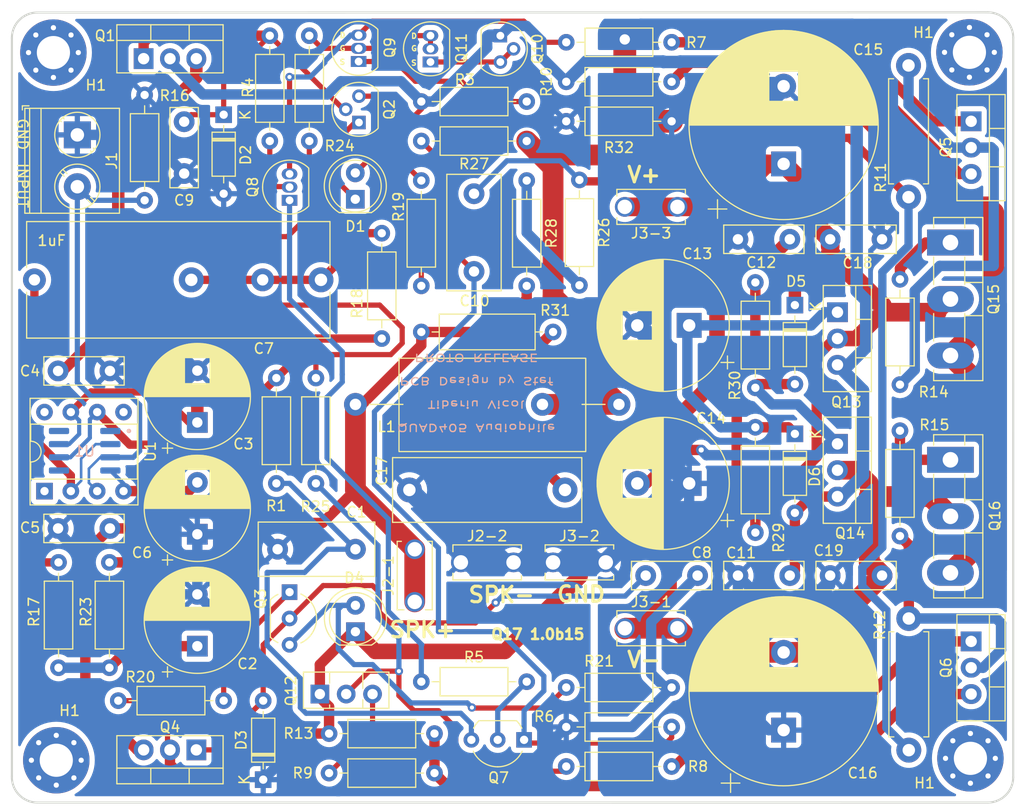
<source format=kicad_pcb>
(kicad_pcb (version 20211014) (generator pcbnew)
  (title_block (title "QUAD405 Reborn") (date "2021-11-14") (rev "1.0b15") (company "PCB design by Stef") (comment 1 "Zize 95 x 75 mm") (comment 2 "NO YET FINISHED - DO NOT PRINT"))
  (layers (0 "F.Cu" signal) (31 "B.Cu" signal) (34 "B.Paste" user) (35 "F.Paste" user) (36 "B.SilkS" user "B.Silkscreen") (37 "F.SilkS" user "F.Silkscreen") (38 "B.Mask" user) (39 "F.Mask" user) (44 "Edge.Cuts" user))
  (net 0 "")
  (net 1 "GND")
  (net 2 "Net-(C1-Pad1)")
  (net 3 "Net-(C2-Pad1)")
  (net 4 "Net-(C3-Pad1)")
  (net 5 "Net-(C5-Pad2)")
  (net 6 "Net-(C7-Pad1)")
  (net 7 "Net-(C7-Pad2)")
  (net 8 "Net-(C8-Pad2)")
  (net 9 "Net-(C9-Pad2)")
  (net 10 "Net-(C10-Pad2)")
  (net 11 "Net-(C10-Pad1)")
  (net 12 "Net-(C11-Pad2)")
  (net 13 "GNDPWR")
  (net 14 "Net-(C12-Pad2)")
  (net 15 "Net-(C13-Pad1)")
  (net 16 "Net-(C14-Pad2)")
  (net 17 "Net-(C15-Pad1)")
  (net 18 "Net-(C16-Pad2)")
  (net 19 "Net-(C17-Pad1)")
  (net 20 "Net-(D1-Pad1)")
  (net 21 "Net-(D4-Pad2)")
  (net 22 "Net-(L1-Pad2)")
  (net 23 "Net-(J2-Pad1)")
  (net 24 "Net-(Q2-Pad1)")
  (net 25 "Net-(Q3-Pad1)")
  (net 26 "Net-(Q8-Pad2)")
  (net 27 "Net-(Q5-Pad3)")
  (net 28 "Net-(Q5-Pad2)")
  (net 29 "Net-(Q5-Pad1)")
  (net 30 "Net-(Q6-Pad3)")
  (net 31 "Net-(Q6-Pad2)")
  (net 32 "Net-(Q6-Pad1)")
  (net 33 "Net-(Q15-Pad1)")
  (net 34 "Net-(Q16-Pad1)")
  (net 35 "Net-(R1-Pad1)")
  (net 36 "Net-(J1-Pad2)")
  (net 37 "Net-(R24-Pad2)")
  (net 38 "Net-(R26-Pad2)")
  (net 39 "Net-(Q8-Pad1)")
  (net 40 "Net-(Q7-Pad2)")
  (net 41 "Net-(Q10-Pad2)")
  (net 42 "Net-(Q12-Pad2)")
  (net 43 "Net-(Q12-Pad3)")
  (net 44 "Net-(Q8-Pad3)")
  (net 45 "Net-(R24-Pad1)")
  (net 46 "Net-(R3-Pad2)")
  (footprint "Package_TO_SOT_THT:TO-220-3_Vertical" (layer "F.Cu") (at 171.177959 80.9498 -90)
    (fp_text reference "Q13")
    (fp_text value "IRF610")
  )
  (footprint "Connector_Faston:Faston_connector" (layer "F.Cu") (at 150.677559 111.4298 180)
    (fp_text reference "Faston Connector")
    (fp_text value "J3-1")
  )
  (footprint "Resistor_THT:R_Axial_DIN0207_L6.3mm_D2.5mm_P10.16mm_Horizontal" (layer "F.Cu") (at 131.064 68.2498 -90)
    (fp_text reference "R19")
    (fp_text value "330")
  )
  (footprint "LED_THT:LED_D5.0mm_Clear" (layer "F.Cu") (at 124.714 111.765 90)
    (fp_text reference "D4")
    (fp_text value "RED 2V")
  )
  (footprint "Capacitor_THT:CP_Radial_D18.0mm_P7.50mm" (layer "F.Cu") (at 165.989 121.25758 90)
    (fp_text reference "C16")
    (fp_text value "2200uF/63V")
  )
  (footprint "Resistor_THT:R_Axial_DIN0207_L6.3mm_D2.5mm_P10.16mm_Horizontal" (layer "F.Cu") (at 145.034 62.5348)
    (fp_text reference "R32")
    (fp_text value "10")
  )
  (footprint "Resistor_THT:R_Axial_DIN0411_L9.9mm_D3.6mm_P12.70mm_Horizontal" (layer "F.Cu") (at 178.054 123.19 90)
    (fp_text reference "R12")
    (fp_text value "47R/1W")
  )
  (footprint "Package_TO_SOT_THT:TO-220-3_Vertical" (layer "F.Cu") (at 171.177959 93.6498 -90)
    (fp_text reference "Q14")
    (fp_text value "IRF9610")
  )
  (footprint "Capacitor_THT:C_Disc_D7.5mm_W2.5mm_P5.00mm" (layer "F.Cu") (at 161.584 73.914)
    (fp_text reference "C12")
    (fp_text value "100nF")
  )
  (footprint "Resistor_THT:R_Axial_DIN0207_L6.3mm_D2.5mm_P10.16mm_Horizontal" (layer "F.Cu") (at 155.194 120.9548 180)
    (fp_text reference "R6")
    (fp_text value "100/0.5W")
  )
  (footprint "Resistor_THT:R_Axial_DIN0207_L6.3mm_D2.5mm_P10.16mm_Horizontal" (layer "F.Cu") (at 101.000103 115.2398 90)
    (fp_text reference "R23")
    (fp_text value "10K")
  )
  (footprint "Resistor_THT:R_Axial_DIN0207_L6.3mm_D2.5mm_P10.16mm_Horizontal" (layer "F.Cu") (at 145.034 117.1448)
    (fp_text reference "R21")
    (fp_text value "5k6/1W")
  )
  (footprint "Resistor_THT:R_Axial_DIN0207_L6.3mm_D2.5mm_P10.16mm_Horizontal" (layer "F.Cu") (at 145.034 124.7648)
    (fp_text reference "R8")
    (fp_text value "120R")
  )
  (footprint "Resistor_THT:R_Axial_DIN0207_L6.3mm_D2.5mm_P10.16mm_Horizontal" (layer "F.Cu") (at 131.064 116.586)
    (fp_text reference "R5")
    (fp_text value "10")
  )
  (footprint "Capacitor_THT:C_Disc_D7.5mm_W2.5mm_P5.00mm" (layer "F.Cu") (at 161.584 106.3498)
    (fp_text reference "C11")
    (fp_text value "100nF")
  )
  (footprint "Capacitor_THT:CP_Radial_D10.0mm_P5.00mm" (layer "F.Cu") (at 109.474 102.367477 90)
    (fp_text reference "C6")
    (fp_text value "100uF/16V")
  )
  (footprint "Diode_THT:D_DO-35_SOD27_P7.62mm_Horizontal" (layer "F.Cu") (at 112.014 61.8998 -90)
    (fp_text reference "D2")
    (fp_text value "1N5248B")
  )
  (footprint "LED_THT:LED_D5.0mm_Clear" (layer "F.Cu") (at 124.701859 70.052386 90)
    (fp_text reference "D1")
    (fp_text value "RED 2V")
  )
  (footprint "Capacitor_THT:C_Rect_L18.0mm_W6.0mm_P15.00mm_FKS3_FKP3" (layer "F.Cu") (at 144.914 98.0948 180)
    (fp_text reference "C17")
    (fp_text value "100nF")
  )
  (footprint "Capacitor_THT:C_Disc_D11.0mm_W5.0mm_P7.50mm" (layer "F.Cu") (at 124.714 103.8098 180)
    (fp_text reference "C1")
    (fp_text value "470p")
  )
  (footprint "Diode_THT:D_DO-35_SOD27_P7.62mm_Horizontal" (layer "F.Cu") (at 115.824 126.0348 90)
    (fp_text reference "D3")
    (fp_text value "1N5248B")
  )
  (footprint "MountingHole:MountingHole_3.2mm_M3_Pad_Via" (layer "F.Cu") (at 95.602612 55.908337 180)
    (fp_text reference "H1")
    (fp_text value "MountingHole")
  )
  (footprint "Capacitor_THT:CP_Radial_D12.5mm_P5.00mm" (layer "F.Cu") (at 156.882959 97.4598 180)
    (fp_text reference "C14")
    (fp_text value "220uF/63V")
  )
  (footprint "Diode_THT:D_DO-35_SOD27_P7.62mm_Horizontal" (layer "F.Cu") (at 167.072959 92.68258 -90)
    (fp_text reference "D6")
    (fp_text value "1N5245B")
  )
  (footprint "Capacitor_THT:CP_Radial_D10.0mm_P5.00mm" (layer "F.Cu") (at 109.474 91.583196 90)
    (fp_text reference "C3")
    (fp_text value "100uF/25V")
  )
  (footprint "Connector_Faston:Faston_connector" (layer "F.Cu") (at 143.764 105.0798 180)
    (fp_text reference "Faston Connector")
    (fp_text value "J3-2")
  )
  (footprint "Connector_Faston:Faston_connector" (layer "F.Cu") (at 130.429 108.8898 -90)
    (fp_text reference "Faston Connector")
    (fp_text value "J2-1")
  )
  (footprint "Resistor_THT:R_Axial_DIN0207_L6.3mm_D2.5mm_P10.16mm_Horizontal" (layer "F.Cu") (at 163.262959 88.23758 90)
    (fp_text reference "R30")
    (fp_text value "10")
  )
  (footprint "Package_TO_SOT_THT:TO-220-3_Vertical" (layer "F.Cu") (at 109.379 123.16258 180)
    (fp_text reference "Q4")
    (fp_text value "IRF9610")
  )
  (footprint "Package_TO_SOT_THT:TO-92_Inline" (layer "F.Cu") (at 125.023559 56.769 90)
    (fp_text reference "Q9")
    (fp_text value "BS250P")
  )
  (footprint "Resistor_THT:R_Axial_DIN0207_L6.3mm_D2.5mm_P10.16mm_Horizontal" (layer "F.Cu") (at 131.064 64.4398)
    (fp_text reference "R27")
    (fp_text value "560/1W")
  )
  (footprint "Package_TO_SOT_THT:TO-92_Inline_Wide" (layer "F.Cu") (at 140.97 122.195 180)
    (fp_text reference "Q7")
    (fp_text value "KSC1845")
  )
  (footprint "Resistor_THT:R_Axial_DIN0207_L6.3mm_D2.5mm_P10.16mm_Horizontal" (layer "F.Cu") (at 127.254 73.3298 -90)
    (fp_text reference "R18")
    (fp_text value "22k")
  )
  (footprint "Capacitor_THT:C_Disc_D11.0mm_W5.0mm_P7.50mm" (layer "F.Cu") (at 136.144 69.5198 -90)
    (fp_text reference "C10")
    (fp_text value "47pF")
  )
  (footprint "Resistor_THT:R_Axial_DIN0207_L6.3mm_D2.5mm_P10.16mm_Horizontal" (layer "F.Cu") (at 163.262959 102.20758 90)
    (fp_text reference "R29")
    (fp_text value "10")
  )
  (footprint "Package_TO_SOT_THT:TO-3P-3_Vertical" (layer "F.Cu") (at 182.067959 74.2298 -90)
    (fp_text reference "Q15")
    (fp_text value "FQA46N15")
  )
  (footprint "Package_TO_SOT_THT:TO-92_Inline_Wide" (layer "F.Cu") (at 118.364 107.95 -90)
    (fp_text reference "Q3")
    (fp_text value "KSC1845")
  )
  (footprint "Package_TO_SOT_THT:TO-3P-3_Vertical" (layer "F.Cu") (at 182.067959 95.1848 -90)
    (fp_text reference "Q16")
    (fp_text value "FQA36P15")
  )
  (footprint "Resistor_THT:R_Axial_DIN0207_L6.3mm_D2.5mm_P10.16mm_Horizontal" (layer "F.Cu") (at 141.224 68.2498 -90)
    (fp_text reference "R28")
    (fp_text value "22/1W")
  )
  (footprint "Capacitor_THT:C_Rect_L29.0mm_W11.0mm_P27.50mm_MKT_special" (layer "F.Cu") (at 97.4816 77.408669)
    (fp_text reference "C7")
    (fp_text value "1uF")
  )
  (footprint "Capacitor_THT:C_Disc_D7.5mm_W2.5mm_P5.00mm" (layer "F.Cu") (at 157.694 106.3498 180)
    (fp_text reference "C8")
    (fp_text value "100nF")
  )
  (footprint "Resistor_THT:R_Axial_DIN0207_L6.3mm_D2.5mm_P10.16mm_Horizontal" (layer "F.Cu") (at 104.394 59.9948 -90)
    (fp_text reference "R16")
    (fp_text value "22k")
  )
  (footprint "Capacitor_THT:C_Disc_D7.5mm_W2.5mm_P5.00mm" (layer "F.Cu") (at 96.052 101.803281)
    (fp_text reference "C5")
    (fp_text value "100nF")
  )
  (footprint "MountingHole:MountingHole_3.2mm_M3_Pad_Via" (layer "F.Cu") (at 183.994612 123.980337 180)
    (fp_text reference "H1")
    (fp_text value "MountingHole")
  )
  (footprint "Resistor_THT:R_Axial_DIN0207_L6.3mm_D2.5mm_P10.16mm_Horizontal" (layer "F.Cu") (at 120.269 54.2798 -90)
    (fp_text reference "R24")
    (fp_text value "10k")
  )
  (footprint "Capacitor_THT:CP_Radial_D12.5mm_P5.00mm" (layer "F.Cu") (at 156.882959 82.2198 180)
    (fp_text reference "C13")
    (fp_text value "220uF/63V")
  )
  (footprint "Package_TO_SOT_THT:TO-92" (layer "F.Cu") (at 125.053636 62.652602 90)
    (fp_text reference "Q2")
    (fp_text value "KSA992")
  )
  (footprint "Capacitor_THT:C_Disc_D7.5mm_W2.5mm_P5.00mm" (layer "F.Cu") (at 101.052 86.614 180)
    (fp_text reference "C4")
    (fp_text value "100nF")
  )
  (footprint "MountingHole:MountingHole_3.2mm_M3_Pad_Via" (layer "F.Cu") (at 183.897558 55.884715 180)
    (fp_text reference "H1")
    (fp_text value "MountingHole")
  )
  (footprint "Resistor_THT:R_Axial_DIN0207_L6.3mm_D2.5mm_P10.16mm_Horizontal" (layer "F.Cu") (at 116.459 54.2798 -90)
    (fp_text reference "R4")
    (fp_text value "100")
  )
  (footprint "Resistor_THT:R_Axial_DIN0207_L6.3mm_D2.5mm_P10.16mm_Horizontal" (layer "F.Cu") (at 122.174 125.3998)
    (fp_text reference "R9")
    (fp_text value "100R")
  )
  (footprint "Resistor_THT:R_Axial_DIN0309_L9.0mm_D3.2mm_P12.70mm_Horizontal" (layer "F.Cu") (at 131.064 82.8548)
    (fp_text reference "R31")
    (fp_text value "10/2W")
  )
  (footprint "Capacitor_THT:C_Disc_D7.5mm_W2.5mm_P5.00mm" (layer "F.Cu") (at 108.204 67.5748 90)
    (fp_text reference "C9")
    (fp_text value "100nF")
  )
  (footprint "Resistor_THT:R_Axial_DIN0207_L6.3mm_D2.5mm_P10.16mm_Horizontal" (layer "F.Cu") (at 117.094 87.2998 -90)
    (fp_text reference "R1")
    (fp_text value "2k7")
  )
  (footprint "Package_TO_SOT_THT:TO-220-3_Vertical" (layer "F.Cu") (at 184.064 112.6998 -90)
    (fp_text reference "Q6")
    (fp_text value "IRF610")
  )
  (footprint "Inductor_THT:L_Axial_L16.0mm_D7.5mm_P25.40mm_Horizontal_Fastron_XHBCC" (layer "F.Cu") (at 124.714 89.8398)
    (fp_text reference "L1")
    (fp_text value "1u2")
  )
  (footprint "Connector_Faston:Faston_connector" (layer "F.Cu") (at 134.874 105.0798 180)
    (fp_text reference "Faston Connector")
    (fp_text value "J2-2")
  )
  (footprint "Resistor_THT:R_Axial_DIN0207_L6.3mm_D2.5mm_P10.16mm_Horizontal" (layer "F.Cu") (at 146.304 68.1898 -90)
    (fp_text reference "R26")
    (fp_text value "22/1W")
  )
  (footprint "Resistor_THT:R_Axial_DIN0207_L6.3mm_D2.5mm_P10.16mm_Horizontal" (layer "F.Cu") (at 101.854 118.4148)
    (fp_text reference "R20")
    (fp_text value "330")
  )
  (footprint "Resistor_THT:R_Axial_DIN0207_L6.3mm_D2.5mm_P10.16mm_Horizontal" (layer "F.Cu") (at 177.203688 87.9348 90)
    (fp_text reference "R14")
    (fp_text value "330R")
  )
  (footprint "Resistor_THT:R_Axial_DIN0207_L6.3mm_D2.5mm_P10.16mm_Horizontal" (layer "F.Cu") (at 177.202959 102.5398 90)
    (fp_text reference "R15")
    (fp_text value "330R")
  )
  (footprint "Package_TO_SOT_THT:TO-220-3_Vertical" (layer "F.Cu") (at 184.064 62.5348 -90)
    (fp_text reference "Q5")
    (fp_text value "IRF9610")
  )
  (footprint "Resistor_THT:R_Axial_DIN0207_L6.3mm_D2.5mm_P10.16mm_Horizontal" (layer "F.Cu") (at 145.034 54.9148)
    (fp_text reference "R7")
    (fp_text value "100R")
  )
  (footprint "Package_TO_SOT_THT:TO-92" (layer "F.Cu") (at 138.684 54.2798 -90)
    (fp_text reference "Q10")
    (fp_text value "KSA992")
  )
  (footprint "Resistor_THT:R_Axial_DIN0207_L6.3mm_D2.5mm_P10.16mm_Horizontal" (layer "F.Cu") (at 132.334 121.5898 180)
    (fp_text reference "R13")
    (fp_text value "10R")
  )
  (footprint "Resistor_THT:R_Axial_DIN0207_L6.3mm_D2.5mm_P10.16mm_Horizontal" (layer "F.Cu") (at 120.904 87.2998 -90)
    (fp_text reference "R25")
    (fp_text value "7k5")
  )
  (footprint "Capacitor_THT:CP_Radial_D18.0mm_P7.50mm" (layer "F.Cu") (at 165.989 66.64758 90)
    (fp_text reference "C15")
    (fp_text value "2200uF/63V")
  )
  (footprint "Resistor_THT:R_Axial_DIN0207_L6.3mm_D2.5mm_P10.16mm_Horizontal" (layer "F.Cu") (at 145.034 58.7248)
    (fp_text reference "R10")
    (fp_text value "10R")
  )
  (footprint "MountingHole:MountingHole_3.2mm_M3_Pad_Via" (layer "F.Cu") (at 95.878422 124.163688 180)
    (fp_text reference "H1")
    (fp_text value "MountingHole")
  )
  (footprint "Package_TO_SOT_THT:TO-92_Inline" (layer "F.Cu") (at 118.364 70.1548 90)
    (fp_text reference "Q8")
    (fp_text value "2N7000")
  )
  (footprint "Package_TO_SOT_THT:TO-220-3_Vertical" (layer "F.Cu") (at 104.299 56.4948)
    (fp_text reference "Q1")
    (fp_text value "IRF610")
  )
  (footprint "Resistor_THT:R_Axial_DIN0207_L6.3mm_D2.5mm_P10.16mm_Horizontal" (layer "F.Cu") (at 131.064 60.6298)
    (fp_text reference "R3")
    (fp_text value "150R")
  )
  (footprint "Resistor_THT:R_Axial_DIN0411_L9.9mm_D3.6mm_P12.70mm_Horizontal" (layer "F.Cu") (at 178.02817 57.15 -90)
    (fp_text reference "R11")
    (fp_text value "47R/1W")
  )
  (footprint "Capacitor_THT:C_Disc_D7.5mm_W2.5mm_P5.00mm" (layer "F.Cu") (at 175.474 106.3498 180)
    (fp_text reference "C19")
    (fp_text value "100nF")
  )
  (footprint "TerminalBlock_Phoenix:TerminalBlock_Phoenix_PT-1,5-2-5.0-H_1x02_P5.00mm_Horizontal" (layer "F.Cu") (at 97.909 63.8448 -90)
    (fp_text reference "J1")
    (fp_text value "TerminalBlock")
  )
  (footprint "Capacitor_THT:CP_Radial_D10.0mm_P5.00mm" (layer "F.Cu") (at 109.474 113.162477 90)
    (fp_text reference "C2")
    (fp_text value "100uF/16V")
  )
  (footprint "Package_TO_SOT_THT:TO-92_Inline" (layer "F.Cu") (at 131.94619 56.816501 90)
    (fp_text reference "Q11")
    (fp_text value "BS250P")
  )
  (footprint "Package_DIP:DIP-8_W7.62mm_Socket" (layer "F.Cu") (at 94.743283 98.205184 90)
    (fp_text reference "U1")
    (fp_text value "DIP-8_W7.62mm_Socket")
  )
  (footprint "Diode_THT:D_DO-35_SOD27_P7.62mm_Horizontal" (layer "F.Cu") (at 167.072959 80.264 -90)
    (fp_text reference "D5")
    (fp_text value "1N5245B")
  )
  (footprint "Connector_Faston:Faston_connector" (layer "F.Cu") (at 150.677559 70.7898 180)
    (fp_text reference "Faston Connector")
    (fp_text value "J3-3")
  )
  (footprint "Resistor_THT:R_Axial_DIN0207_L6.3mm_D2.5mm_P10.16mm_Horizontal" (layer "F.Cu") (at 96.094678 115.2398 90)
    (fp_text reference "R17")
    (fp_text value "3k3")
  )
  (footprint "Capacitor_THT:C_Disc_D7.5mm_W2.5mm_P5.00mm" (layer "F.Cu") (at 175.474 73.914 180)
    (fp_text reference "C18")
    (fp_text value "100nF")
  )
  (footprint "Package_TO_SOT_THT:TO-126-3_Vertical" (layer "F.Cu") (at 121.285 117.7798)
    (fp_text reference "Q12")
    (fp_text value "BD139")
  )
  (footprint "Package_SO:SOIC-8_3.9x4.9mm_P1.27mm" (layer "B.Cu") (at 98.617 94.310281 180)
    (fp_text reference "U1")
    (fp_text value "OPA1641")
  )
  (gr_line (start 188.121579 54.477106) (end 188.11885 125.794106) (layer "Edge.Cuts") (width 0.2))
  (gr_arc (start 91.600657 54.495284) (mid 92.318245 52.762873) (end 94.050656 52.045285) (layer "Edge.Cuts") (width 0.2))
  (gr_arc (start 188.11885 125.794106) (mid 187.401262 127.526517) (end 185.668851 128.244105) (layer "Edge.Cuts") (width 0.2))
  (gr_arc (start 185.681578 52.027107) (mid 187.407522 52.748226) (end 188.121578 54.477105) (layer "Edge.Cuts") (width 0.2))
  (gr_line (start 94.050656 52.045285) (end 185.681578 52.027107) (layer "Edge.Cuts") (width 0.2))
  (gr_arc (start 94.049148 128.241055) (mid 92.286521 127.492714) (end 91.60067 125.704845) (layer "Edge.Cuts") (width 0.2))
  (gr_line (start 94.049148 128.241055) (end 185.668851 128.244105) (layer "Edge.Cuts") (width 0.2))
  (gr_line (start 91.600657 54.495284) (end 91.60067 125.704845) (layer "Edge.Cuts") (width 0.2))
  (gr_text "°" (at 103.281159 92.4052 -270) (layer "B.SilkS") (effects (font (size 1 1))))
  (gr_text "QUAD405 Audiophile\n\nTiberiu Vicol\n\nPCB Design by Stef\n\nPROTO RELEASE\n" (at 136.362589 88.69972 -180) (layer "B.SilkS") (effects (font (size 0.7 1) (thickness 0.125)) (justify mirror)))
  (gr_text "V+" (at 152.52669 67.696265) (layer "F.SilkS") (effects (font (size 1.5 1.5) (thickness 0.3))))
  (gr_text "SPK-" (at 138.794492 108.194451) (layer "F.SilkS") (effects (font (size 1.5 1.5) (thickness 0.3))))
  (gr_text "G" (at 130.361721 55.505981) (layer "F.SilkS") (effects (font (size 0.5 0.5) (thickness 0.125))))
  (gr_text "D" (at 123.469697 54.23173) (layer "F.SilkS") (effects (font (size 0.5 0.5) (thickness 0.125))))
  (gr_text "INPUT" (at 92.616404 68.736478 -90) (layer "F.SilkS") (effects (font (size 1 1))))
  (gr_text "S" (at 130.349816 56.902981) (layer "F.SilkS") (effects (font (size 0.5 0.5) (thickness 0.125))))
  (gr_text "1uF" (at 95.432559 74.041) (layer "F.SilkS") (effects (font (size 1 1))))
  (gr_text "D" (at 130.361721 54.312181) (layer "F.SilkS") (effects (font (size 0.5 0.5) (thickness 0.125))))
  (gr_text "SPK+" (at 131.187484 111.575477) (layer "F.SilkS") (effects (font (size 1.5 1.5) (thickness 0.3))))
  (gr_text "G" (at 123.469697 55.50173) (layer "F.SilkS") (effects (font (size 0.5 0.5) (thickness 0.125))))
  (gr_text "V-" (at 152.5175 114.464955) (layer "F.SilkS") (effects (font (size 1.5 1.5) (thickness 0.3))))
  (gr_text "GND" (at 92.616404 63.783478 -90) (layer "F.SilkS") (effects (font (size 1 1))))
  (gr_text "S" (at 123.457792 56.82253) (layer "F.SilkS") (effects (font (size 0.5 0.5) (thickness 0.125))))
  (gr_text "Q17 1.0b15" (at 142.295559 112.014) (layer "F.SilkS") (effects (font (size 1 1) (thickness 0.25))))
  (gr_text "GND" (at 146.464588 108.149066) (layer "F.SilkS") (effects (font (size 1.5 1.5) (thickness 0.3))))
  (segment (start 106.227559 69.551241) (end 106.227559 83.326036) (width 1) (layer "B.Cu") (net 1))
  (segment (start 107.243559 88.802918) (end 107.243559 100.137036) (width 1) (layer "B.Cu") (net 1))
  (segment (start 115.824 126.0348) (end 118.364 123.4948) (width 1) (layer "B.Cu") (net 1))
  (segment (start 117.911559 123.947241) (end 117.248511 124.610289) (width 1) (layer "B.Cu") (net 1))
  (segment (start 133.604 123.4948) (end 135.56472 125.45552) (width 1) (layer "B.Cu") (net 1))
  (segment (start 98.679 106.3498) (end 100.491677 108.162477) (width 1) (layer "B.Cu") (net 1))
  (segment (start 128.14026 62.865) (end 126.703147 64.302113) (width 1) (layer "B.Cu") (net 1))
  (segment (start 135.56472 125.45552) (end 140.53328 125.45552) (width 1) (layer "B.Cu") (net 1))
  (segment (start 104.394 59.9948) (end 104.394 63.7648) (width 1) (layer "B.Cu") (net 1))
  (segment (start 96.052 102.146261) (end 98.679 104.773261) (width 1) (layer "B.Cu") (net 1))
  (segment (start 109.474 102.367477) (end 109.474 108.162477) (width 1) (layer "B.Cu") (net 1))
  (segment (start 115.771677 102.367477) (end 117.214 103.8098) (width 1) (layer "B.Cu") (net 1))
  (segment (start 151.384 120.9548) (end 155.194 117.1448) (width 1) (layer "B.Cu") (net 1))
  (segment (start 109.474 108.162477) (end 117.911559 116.600036) (width 1) (layer "B.Cu") (net 1))
  (segment (start 120.273894 61.8998) (end 115.824 61.8998) (width 1) (layer "B.Cu") (net 1))
  (segment (start 117.911559 116.600036) (end 117.911559 123.947241) (width 1) (layer "B.Cu") (net 1))
  (segment (start 122.676207 64.302113) (end 120.273894 61.8998) (width 1) (layer "B.Cu") (net 1))
  (segment (start 112.014 65.7098) (end 112.014 69.5198) (width 1) (layer "B.Cu") (net 1))
  (segment (start 104.394 63.7648) (end 108.204 67.5748) (width 1) (layer "B.Cu") (net 1))
  (segment (start 108.204 67.5748) (end 106.227559 69.551241) (width 1) (layer "B.Cu") (net 1))
  (segment (start 153.217559 110.826241) (end 157.694 106.3498) (width 1) (layer "B.Cu") (net 1))
  (segment (start 101.093523 86.572477) (end 101.052 86.614) (width 1) (layer "B.Cu") (net 1))
  (segment (start 117.248511 124.610289) (end 115.824 126.0348) (width 0.25) (layer "B.Cu") (net 1))
  (segment (start 109.474 86.572477) (end 101.093523 86.572477) (width 1) (layer "B.Cu") (net 1))
  (segment (start 130.244383 62.5348) (end 129.914183 62.865) (width 1) (layer "B.Cu") (net 1))
  (segment (start 108.754897 86.65658) (end 109.474 85.937477) (width 0.25) (layer "B.Cu") (net 1))
  (segment (start 100.544 63.8448) (end 104.394 59.9948) (width 1) (layer "B.Cu") (net 1))
  (segment (start 97.909 63.8448) (end 100.544 63.8448) (width 1) (layer "B.Cu") (net 1))
  (segment (start 126.703147 64.302113) (end 122.676207 64.302113) (width 1) (layer "B.Cu") (net 1))
  (segment (start 109.474 86.572477) (end 107.243559 88.802918) (width 1) (layer "B.Cu") (net 1))
  (segment (start 154.559 117.1448) (end 153.217559 115.803359) (width 1) (layer "B.Cu") (net 1))
  (segment (start 145.034 62.5348) (end 130.244383 62.5348) (width 1) (layer "B.Cu") (net 1))
  (segment (start 145.034 120.9548) (end 151.384 120.9548) (width 1) (layer "B.Cu") (net 1))
  (segment (start 129.914183 62.865) (end 128.14026 62.865) (width 1) (layer "B.Cu") (net 1))
  (segment (start 140.53328 125.45552) (end 145.034 120.9548) (width 1) (layer "B.Cu") (net 1))
  (segment (start 108.204 67.5748) (end 110.069 67.5748) (width 1) (layer "B.Cu") (net 1))
  (segment (start 110.069 67.5748) (end 112.014 69.5198) (width 1) (layer "B.Cu") (net 1))
  (segment (start 107.243559 100.137036) (end 109.474 102.367477) (width 1) (layer "B.Cu") (net 1))
  (segment (start 98.679 104.773261) (end 98.679 106.3498) (width 1) (layer "B.Cu") (net 1))
  (segment (start 100.491677 108.162477) (end 109.474 108.162477) (width 1) (layer "B.Cu") (net 1))
  (segment (start 115.824 61.8998) (end 112.014 65.7098) (width 1) (layer "B.Cu") (net 1))
  (segment (start 109.474 102.367477) (end 115.771677 102.367477) (width 1) (layer "B.Cu") (net 1))
  (segment (start 118.364 123.4948) (end 133.604 123.4948) (width 1) (layer "B.Cu") (net 1))
  (segment (start 96.052 101.803281) (end 96.052 102.146261) (width 0.25) (layer "B.Cu") (net 1))
  (segment (start 155.194 117.1448) (end 154.559 117.1448) (width 0.25) (layer "B.Cu") (net 1))
  (segment (start 153.217559 115.803359) (end 153.217559 110.826241) (width 1) (layer "B.Cu") (net 1))
  (segment (start 106.227559 83.326036) (end 109.474 86.572477) (width 1) (layer "B.Cu") (net 1))
  (segment (start 119.959178 119.634) (end 134.874 119.634) (width 0.5) (layer "B.Cu") (net 2))
  (segment (start 119.816559 106.045) (end 116.205 106.045) (width 0.5) (layer "B.Cu") (net 2))
  (segment (start 116.205 106.045) (end 116.205 113.0808) (width 0.5) (layer "B.Cu") (net 2))
  (segment (start 116.205 113.0808) (end 119.404489 116.280289) (width 0.5) (layer "B.Cu") (net 2))
  (segment (start 124.714 103.8098) (end 122.051759 103.8098) (width 0.5) (layer "B.Cu") (net 2))
  (segment (start 124.714 103.8098) (end 118.364 97.4598) (width 0.5) (layer "B.Cu") (net 2))
  (segment (start 135.89 120.65) (end 135.89 122.195) (width 0.5) (layer "B.Cu") (net 2))
  (segment (start 134.874 119.634) (end 135.89 120.65) (width 0.5) (layer "B.Cu") (net 2))
  (segment (start 119.404489 119.079311) (end 119.959178 119.634) (width 0.5) (layer "B.Cu") (net 2))
  (segment (start 122.051759 103.8098) (end 119.816559 106.045) (width 0.5) (layer "B.Cu") (net 2))
  (segment (start 118.364 97.4598) (end 117.094 97.4598) (width 0.5) (layer "B.Cu") (net 2))
  (segment (start 119.404489 116.280289) (end 119.404489 119.079311) (width 0.5) (layer "B.Cu") (net 2))
  (segment (start 109.474 113.162477) (end 103.077426 113.162477) (width 1) (layer "F.Cu") (net 3))
  (segment (start 103.077426 113.162477) (end 101.000103 115.2398) (width 1) (layer "F.Cu") (net 3))
  (segment (start 96.094678 115.2398) (end 101.000103 115.2398) (width 1) (layer "B.Cu") (net 3))
  (segment (start 102.756861 88.646) (end 99.222467 88.646) (width 0.7) (layer "F.Cu") (net 4))
  (segment (start 101.854 82.240441) (end 109.474 89.860441) (width 1.2) (layer "F.Cu") (net 4))
  (segment (start 96.509281 86.614) (end 96.052 86.614) (width 1) (layer "F.Cu") (net 4))
  (segment (start 109.474 91.572477) (end 108.666677 91.572477) (width 0.5) (layer "F.Cu") (net 4))
  (segment (start 105.7402 88.646) (end 102.756861 88.646) (width 0.7) (layer "F.Cu") (net 4))
  (segment (start 108.666677 91.572477) (end 105.7402 88.646) (width 0.7) (layer "F.Cu") (net 4))
  (segment (start 109.379 58.316559) (end 101.854 65.841559) (width 1.2) (layer "F.Cu") (net 4))
  (segment (start 101.854 81.269281) (end 101.854 82.240441) (width 1.2) (layer "F.Cu") (net 4))
  (segment (start 109.379 56.4948) (end 109.379 58.316559) (width 1.2) (layer "F.Cu") (net 4))
  (segment (start 109.474 89.860441) (end 109.474 91.572477) (width 1.2) (layer "F.Cu") (net 4))
  (segment (start 101.854 81.269281) (end 96.509281 86.614) (width 1) (layer "F.Cu") (net 4))
  (segment (start 99.222467 88.646) (end 97.283283 90.585184) (width 0.7) (layer "F.Cu") (net 4))
  (segment (start 101.854 65.841559) (end 101.854 81.269281) (width 1.2) (layer "F.Cu") (net 4))
  (segment (start 97.116999 93.675281) (end 98.083282 92.708998) (width 0.4) (layer "B.Cu") (net 4))
  (segment (start 98.083282 92.708998) (end 98.083282 91.385183) (width 0.4) (layer "B.Cu") (net 4))
  (segment (start 98.083282 91.385183) (end 97.283283 90.585184) (width 0.4) (layer "B.Cu") (net 4))
  (segment (start 98.679 104.176281) (end 98.679 118.173567) (width 1) (layer "F.Cu") (net 5))
  (segment (start 108.636293 98.205184) (end 109.474 97.367477) (width 1) (layer "F.Cu") (net 5))
  (segment (start 103.668013 123.16258) (end 104.299 123.16258) (width 1) (layer "F.Cu") (net 5))
  (segment (start 105.038196 101.803281) (end 109.474 97.367477) (width 1) (layer "F.Cu") (net 5))
  (segment (start 102.363283 98.205184) (end 108.636293 98.205184) (width 1) (layer "F.Cu") (net 5))
  (segment (start 98.679 118.173567) (end 103.668013 123.16258) (width 1) (layer "F.Cu") (net 5))
  (segment (start 101.052 101.803281) (end 98.679 104.176281) (width 1) (layer "F.Cu") (net 5))
  (segment (start 101.052 101.803281) (end 105.038196 101.803281) (width 1) (layer "F.Cu") (net 5))
  (segment (start 102.363283 97.486564) (end 102.363283 98.205184) (width 0.25) (layer "B.Cu") (net 5))
  (segment (start 101.092 96.215281) (end 102.363283 97.486564) (width 0.4) (layer "B.Cu") (net 5))
  (segment (start 125.890469 73.3298) (end 127.254 73.3298) (width 0.8) (layer "F.Cu") (net 6))
  (segment (start 121.3916 77.828669) (end 125.890469 73.3298) (width 0.8) (layer "F.Cu") (net 6))
  (segment (start 121.3916 77.828669) (end 108.8916 77.828669) (width 0.8) (layer "F.Cu") (net 6))
  (segment (start 92.964 84.582) (end 93.7716 83.7744) (width 0.8) (layer "F.Cu") (net 7))
  (segment (start 92.964 92.3798) (end 92.964 84.582) (width 0.8) (layer "F.Cu") (net 7))
  (segment (start 94.467359 105.0798) (end 92.964 103.576441) (width 0.8) (layer "F.Cu") (net 7))
  (segment (start 96.094678 105.0798) (end 94.467359 105.0798) (width 0.8) (layer "F.Cu") (net 7))
  (segment (start 97.283283 96.699083) (end 92.964 92.3798) (width 0.8) (layer "F.Cu") (net 7))
  (segment (start 97.283283 98.205184) (end 97.283283 96.699083) (width 0.8) (layer "F.Cu") (net 7))
  (segment (start 92.964 103.576441) (end 92.964 92.3798) (width 0.8) (layer "F.Cu") (net 7))
  (segment (start 93.7716 83.7744) (end 93.7716 77.828669) (width 0.8) (layer "F.Cu") (net 7))
  (segment (start 97.283283 98.205184) (end 98.273764 97.214703) (width 0.25) (layer "B.Cu") (net 7))
  (segment (start 98.273764 97.214703) (end 98.273764 95.075795) (width 0.25) (layer "B.Cu") (net 7))
  (segment (start 99.674278 93.675281) (end 101.092 93.675281) (width 0.25) (layer "B.Cu") (net 7))
  (segment (start 98.273764 95.075795) (end 99.674278 93.675281) (width 0.25) (layer "B.Cu") (net 7))
  (segment (start 109.379 123.16258) (end 111.07622 123.16258) (width 0.5) (layer "F.Cu") (net 8))
  (segment (start 115.824 113.03) (end 118.364 110.49) (width 0.5) (layer "F.Cu") (net 8))
  (segment (start 111.07622 123.16258) (end 115.824 118.4148) (width 0.5) (layer "F.Cu") (net 8))
  (segment (start 118.364 110.49) (end 118.4275 110.49) (width 0.5) (layer "F.Cu") (net 8))
  (segment (start 127 107.95) (end 127 109.855) (width 0.5) (layer "F.Cu") (net 8))
  (segment (start 121.6025 107.315) (end 126.365 107.315) (width 0.5) (layer "F.Cu") (net 8))
  (segment (start 126.365 107.315) (end 127 107.95) (width 0.5) (layer "F.Cu") (net 8))
  (segment (start 115.824 118.4148) (end 115.824 113.03) (width 0.5) (layer "F.Cu") (net 8))
  (segment (start 136.28227 110.915289) (end 138.231559 108.966) (width 0.5) (layer "F.Cu") (net 8))
  (segment (start 128.060289 110.915289) (end 136.28227 110.915289) (width 0.5) (layer "F.Cu") (net 8))
  (segment (start 127 109.855) (end 128.060289 110.915289) (width 0.5) (layer "F.Cu") (net 8))
  (segment (start 118.4275 110.49) (end 121.6025 107.315) (width 0.5) (layer "F.Cu") (net 8))
  (via (at 138.231559 108.966) (size 0.8) (drill 0.4) (layers "F.Cu" "B.Cu") (net 8))
  (segment (start 138.866559 108.331) (end 150.7128 108.331) (width 0.5) (layer "B.Cu") (net 8))
  (segment (start 138.231559 108.966) (end 138.866559 108.331) (width 0.5) (layer "B.Cu") (net 8))
  (segment (start 150.7128 108.331) (end 152.694 106.3498) (width 0.5) (layer "B.Cu") (net 8))
  (segment (start 108.879 61.8998) (end 108.204 62.5748) (width 0.5) (layer "F.Cu") (net 9))
  (segment (start 123.561802 61.382602) (end 123.783636 61.382602) (width 0.5) (layer "F.Cu") (net 9))
  (segment (start 112.014 61.8998) (end 108.879 61.8998) (width 0.5) (layer "F.Cu") (net 9))
  (segment (start 104.299 54.938359) (end 104.299 56.4948) (width 1) (layer "F.Cu") (net 9))
  (segment (start 112.014 61.8998) (end 112.014 58.7248) (width 0.5) (layer "F.Cu") (net 9))
  (segment (start 116.459 54.2798) (end 104.957559 54.2798) (width 1) (layer "F.Cu") (net 9))
  (segment (start 104.957559 54.2798) (end 104.299 54.938359) (width 1) (layer "F.Cu") (net 9))
  (segment (start 116.459 54.2798) (end 123.561802 61.382602) (width 0.5) (layer "F.Cu") (net 9))
  (segment (start 112.014 58.7248) (end 116.459 54.2798) (width 0.5) (layer "F.Cu") (net 9))
  (segment (start 155.194 121.9708) (end 154.660489 122.504311) (width 0.5) (layer "F.Cu") (net 10))
  (segment (start 131.064 64.4398) (end 133.604 66.9798) (width 0.5) (layer "F.Cu") (net 10))
  (segment (start 155.194 120.9548) (end 155.194 121.9708) (width 0.5) (layer "F.Cu") (net 10))
  (segment (start 141.279311 122.504311) (end 140.97 122.195) (width 0.5) (layer "F.Cu") (net 10))
  (segment (start 154.660489 122.504311) (end 141.279311 122.504311) (width 0.5) (layer "F.Cu") (net 10))
  (segment (start 133.604 66.9798) (end 133.604 74.4798) (width 0.5) (layer "F.Cu") (net 10))
  (segment (start 133.604 74.4798) (end 136.144 77.0198) (width 0.5) (layer "F.Cu") (net 10))
  (segment (start 126.547559 90.546241) (end 136.144 80.9498) (width 0.5) (layer "B.Cu") (net 10))
  (segment (start 138.589341 111.76) (end 142.875 116.045659) (width 0.5) (layer "B.Cu") (net 10))
  (segment (start 140.97 119.38) (end 140.97 122.195) (width 0.5) (layer "B.Cu") (net 10))
  (segment (start 132.715 111.76) (end 138.589341 111.76) (width 0.5) (layer "B.Cu") (net 10))
  (segment (start 142.875 116.045659) (end 142.875 117.475) (width 0.5) (layer "B.Cu") (net 10))
  (segment (start 132.715 103.688792) (end 132.715 111.76) (width 0.5) (layer "B.Cu") (net 10))
  (segment (start 126.547559 97.521351) (end 126.547559 90.546241) (width 0.5) (layer "B.Cu") (net 10))
  (segment (start 142.875 117.475) (end 140.97 119.38) (width 0.5) (layer "B.Cu") (net 10))
  (segment (start 126.547559 97.521351) (end 132.715 103.688792) (width 0.5) (layer "B.Cu") (net 10))
  (segment (start 136.144 80.9498) (end 136.144 77.0198) (width 0.5) (layer "B.Cu") (net 10))
  (segment (start 163.123559 64.135) (end 172.31317 64.135) (width 0.8) (layer "F.Cu") (net 11))
  (segment (start 158.932559 68.326) (end 163.123559 64.135) (width 0.8) (layer "F.Cu") (net 11))
  (segment (start 146.4402 68.326) (end 158.932559 68.326) (width 0.8) (layer "F.Cu") (net 11))
  (segment (start 146.304 68.1898) (end 146.4402 68.326) (width 0.5) (layer "F.Cu") (net 11))
  (segment (start 172.31317 64.135) (end 178.02817 69.85) (width 0.8) (layer "F.Cu") (net 11))
  (segment (start 175.504177 77.070838) (end 178.02817 74.546845) (width 0.8) (layer "B.Cu") (net 11))
  (segment (start 175.503448 103.634037) (end 175.503448 78.479491) (width 0.8) (layer "B.Cu") (net 11))
  (segment (start 173.574489 105.562996) (end 175.503448 103.634037) (width 0.8) (layer "B.Cu") (net 11))
  (segment (start 178.054 123.19) (end 175.895 121.031) (width 0.8) (layer "B.Cu") (net 11))
  (segment (start 175.503448 78.479491) (end 175.504177 78.478762) (width 0.8) (layer "B.Cu") (net 11))
  (segment (start 139.319 66.3448) (end 144.459 66.3448) (width 0.5) (layer "B.Cu") (net 11))
  (segment (start 173.574489 107.379447) (end 173.574489 105.562996) (width 0.8) (layer "B.Cu") (net 11))
  (segment (start 175.504177 78.478762) (end 175.504177 77.070838) (width 0.8) (layer "B.Cu") (net 11))
  (segment (start 136.144 69.5198) (end 139.319 66.3448) (width 0.5) (layer "B.Cu") (net 11))
  (segment (start 178.02817 74.546845) (end 178.02817 69.85) (width 0.8) (layer "B.Cu") (net 11))
  (segment (start 175.895 121.031) (end 175.895 109.699958) (width 0.8) (layer "B.Cu") (net 11))
  (segment (start 144.459 66.3448) (end 146.304 68.1898) (width 0.5) (layer "B.Cu") (net 11))
  (segment (start 175.895 109.699958) (end 173.574489 107.379447) (width 0.8) (layer "B.Cu") (net 11))
  (segment (start 167.072959 100.30258) (end 167.072959 105.860841) (width 1) (layer "F.Cu") (net 12))
  (segment (start 167.072959 105.860841) (end 166.584 106.3498) (width 1) (layer "F.Cu") (net 12))
  (segment (start 131.064 61.36163) (end 131.064 60.6298) (width 0.5) (layer "F.Cu") (net 12))
  (segment (start 129.087559 66.273359) (end 131.064 68.2498) (width 0.5) (layer "F.Cu") (net 12))
  (segment (start 129.087559 63.338071) (end 131.064 61.36163) (width 0.5) (layer "F.Cu") (net 12))
  (segment (start 129.087559 66.273359) (end 129.087559 63.338071) (width 0.5) (layer "F.Cu") (net 12))
  (segment (start 125.940886 66.273359) (end 124.701859 67.512386) (width 0.5) (layer "F.Cu") (net 12))
  (segment (start 129.087559 66.273359) (end 125.940886 66.273359) (width 0.5) (layer "F.Cu") (net 12))
  (segment (start 171.177959 98.7298) (end 168.645739 98.7298) (width 1) (layer "F.Cu") (net 12))
  (segment (start 168.645739 98.7298) (end 167.072959 100.30258) (width 1) (layer "F.Cu") (net 12))
  (segment (start 145.034 58.7248) (end 142.651159 56.341959) (width 1) (layer "B.Cu") (net 12))
  (segment (start 173.639159 96.678094) (end 171.587453 98.7298) (width 1.2) (layer "B.Cu") (net 12))
  (segment (start 139.6238 53.34) (end 138.688511 54.275289) (width 1) (layer "B.Cu") (net 12))
  (segment (start 138.684 54.2798) (end 137.621959 54.2798) (width 1.2) (layer "B.Cu") (net 12))
  (segment (start 173.943959 84.328) (end 173.943959 79.812189) (width 1.2) (layer "B.Cu") (net 12))
  (segment (start 123.29835 58.674) (end 122.02835 59.944) (width 1) (layer "B.Cu") (net 12))
  (segment (start 132.211759 60.6298) (end 137.414 55.427559) (width 1) (layer "B.Cu") (net 12))
  (segment (start 171.177959 86.0298) (end 173.639159 88.491) (width 1.2) (layer "B.Cu") (net 12))
  (segment (start 110.020127 59.944) (end 106.839 56.762873) (width 1) (layer "B.Cu") (net 12))
  (segment (start 106.839 56.762873) (end 106.839 56.4948) (width 1) (layer "B.Cu") (net 12))
  (segment (start 170.159359 56.769) (end 156.026115 56.769) (width 1.2) (layer "B.Cu") (net 12))
  (segment (start 173.029559 78.897789) (end 173.029559 59.6392) (width 1.2) (layer "B.Cu") (net 12))
  (segment (start 155.980804 56.814311) (end 154.407196 56.814311) (width 1.2) (layer "B.Cu") (net 12))
  (segment (start 156.026115 56.769) (end 155.980804 56.814311) (width 1.2) (layer "B.Cu") (net 12))
  (segment (start 173.943959 79.812189) (end 173.029559 78.897789) (width 1.2) (layer "B.Cu") (net 12))
  (segment (start 131.064 60.6298) (end 129.1082 58.674) (width 1) (layer "B.Cu") (net 12))
  (segment (start 131.064 60.6298) (end 132.211759 60.6298) (width 1) (layer "B.Cu") (net 12))
  (segment (start 122.02835 59.944) (end 110.020127 59.944) (width 1) (layer "B.Cu") (net 12))
  (segment (start 137.414 54.2798) (end 137.621959 54.2798) (width 0.25) (layer "B.Cu") (net 12))
  (segment (start 141.203359 53.34) (end 139.6238 53.34) (width 1) (layer "B.Cu") (net 12))
  (segment (start 142.651159 56.341959) (end 142.651159 54.7878) (width 1) (layer "B.Cu") (net 12))
  (segment (start 173.639159 88.491) (end 173.639159 96.678094) (width 1.2) (layer "B.Cu") (net 12))
  (segment (start 154.407196 56.814311) (end 154.361885 56.769) (width 1.2) (layer "B.Cu") (net 12))
  (segment (start 172.242159 86.0298) (end 173.943959 84.328) (width 1.2) (layer "B.Cu") (net 12))
  (segment (start 171.177959 86.0298) (end 172.242159 86.0298) (width 1.2) (layer "B.Cu") (net 12))
  (segment (start 171.587453 98.7298) (end 171.177959 98.7298) (width 1.2) (layer "B.Cu") (net 12))
  (segment (start 137.414 55.427559) (end 137.414 54.2798) (width 1) (layer "B.Cu") (net 12))
  (segment (start 173.029559 59.6392) (end 170.159359 56.769) (width 1.2) (layer "B.Cu") (net 12))
  (segment (start 129.1082 58.674) (end 123.29835 58.674) (width 1) (layer "B.Cu") (net 12))
  (segment (start 146.9898 56.769) (end 145.034 58.7248) (width 1.2) (layer "B.Cu") (net 12))
  (segment (start 154.361885 56.769) (end 146.9898 56.769) (width 1.2) (layer "B.Cu") (net 12))
  (segment (start 142.651159 54.7878) (end 141.203359 53.34) (width 1) (layer "B.Cu") (net 12))
  (segment (start 150.677558 54.638791) (end 150.677559 61.1886) (width 2.2) (layer "F.Cu") (net 13))
  (segment (start 152.023759 62.5348) (end 155.194 62.5348) (width 2.2) (layer "F.Cu") (net 13))
  (segment (start 150.677559 61.1886) (end 152.023759 62.5348) (width 2.2) (layer "F.Cu") (net 13))
  (via (at 150.677558 54.638791) (size 2) (drill 1) (layers "F.Cu" "B.Cu") (net 13))
  (segment (start 161.584 106.3498) (end 164.759 109.5248) (width 1) (layer "B.Cu") (net 13))
  (segment (start 175.300448 55.801389) (end 172.585059 53.086) (width 0.9) (layer "B.Cu") (net 13))
  (segment (start 156.882959 97.4598) (end 156.882959 101.648759) (width 1) (layer "B.Cu") (net 13))
  (segment (start 156.882959 97.4598) (end 154.487559 95.0644) (width 1.8) (layer "B.Cu") (net 13))
  (segment (start 164.539 121.25758) (end 161.584 118.30258) (width 1) (layer "B.Cu") (net 13))
  (segment (start 175.300448 73.740448) (end 175.300448 55.801389) (width 0.9) (layer "B.Cu") (net 13))
  (segment (start 134.874 105.0798) (end 148.844 105.0798) (width 1.8) (layer "B.Cu") (net 13))
  (segment (start 165.989 121.25758) (end 164.539 121.25758) (width 1) (layer "B.Cu") (net 13))
  (segment (start 154.487559 84.8244) (end 151.882959 82.2198) (width 1.8) (layer "B.Cu") (net 13))
  (segment (start 170.474 107.2823) (end 170.474 106.3498) (width 0.25) (layer "B.Cu") (net 13))
  (segment (start 154.487559 95.0644) (end 154.487559 84.8244) (width 1.8) (layer "B.Cu") (net 13))
  (segment (start 165.989 59.14758) (end 158.58122 59.14758) (width 1.8) (layer "B.Cu") (net 13))
  (segment (start 161.584 118.30258) (end 161.584 106.3498) (width 1) (layer "B.Cu") (net 13))
  (segment (start 161.584 73.914) (end 161.584 63.55258) (width 1.8) (layer "B.Cu") (net 13))
  (segment (start 168.2315 109.5248) (end 170.474 107.2823) (width 1) (layer "B.Cu") (net 13))
  (segment (start 151.882959 82.2198) (end 160.188759 73.914) (width 1.8) (layer "B.Cu") (net 13))
  (segment (start 156.882959 101.648759) (end 161.584 106.3498) (width 1) (layer "B.Cu") (net 13))
  (segment (start 148.844 105.0798) (end 156.464 97.4598) (width 1.8) (layer "B.Cu") (net 13))
  (segment (start 158.58122 59.14758) (end 155.194 62.5348) (width 1.8) (layer "B.Cu") (net 13))
  (segment (start 134.874 103.0548) (end 129.914 98.0948) (width 1.8) (layer "B.Cu") (net 13))
  (segment (start 164.759 109.5248) (end 168.2315 109.5248) (width 1) (layer "B.Cu") (net 13))
  (segment (start 152.230349 53.086) (end 150.677558 54.638791) (width 0.9) (layer "B.Cu") (net 13))
  (segment (start 175.474 73.914) (end 175.300448 73.740448) (width 1) (layer "B.Cu") (net 13))
  (segment (start 134.874 105.0798) (end 134.874 103.0548) (width 1.8) (layer "B.Cu") (net 13))
  (segment (start 161.584 63.55258) (end 165.989 59.14758) (width 1.8) (layer "B.Cu") (net 13))
  (segment (start 160.188759 73.914) (end 161.584 73.914) (width 1.8) (layer "B.Cu") (net 13))
  (segment (start 156.464 97.4598) (end 156.882959 97.4598) (width 1.8) (layer "B.Cu") (net 13))
  (segment (start 172.585059 53.086) (end 152.230349 53.086) (width 0.9) (layer "B.Cu") (net 13))
  (segment (start 106.60178 123.16258) (end 106.839 123.16258) (width 0.25) (layer "F.Cu") (net 14))
  (segment (start 159.567559 78.8924) (end 159.567559 87.376) (width 1.5) (layer "F.Cu") (net 14))
  (segment (start 159.567559 87.376) (end 152.582559 94.361) (width 1.5) (layer "F.Cu") (net 14))
  (segment (start 167.072959 78.337781) (end 167.072959 80.264) (width 1.2) (layer "F.Cu") (net 14))
  (segment (start 160.177159 78.2828) (end 162.446448 76.013511) (width 1.4) (layer "F.Cu") (net 14))
  (segment (start 160.177159 78.2828) (end 159.567559 78.8924) (width 1.5) (layer "F.Cu") (net 14))
  (segment (start 166.584 73.914) (end 164.552 75.946) (width 1.2) (layer "F.Cu") (net 14))
  (segment (start 146.359559 102.489) (end 146.359559 106.426) (width 1.5) (layer "F.Cu") (net 14))
  (segment (start 148.391559 100.457) (end 146.359559 102.489) (width 1.5) (layer "F.Cu") (net 14))
  (segment (start 122.174 121.5898) (end 114.554 121.5898) (width 1) (layer "F.Cu") (net 14))
  (segment (start 114.554 121.5898) (end 110.6678 125.476) (width 1) (layer "F.Cu") (net 14))
  (segment (start 152.582559 94.361) (end 150.042559 94.361) (width 1.5) (layer "F.Cu") (net 14))
  (segment (start 126.614 113.665) (end 124.714 111.765) (width 1.5) (layer "F.Cu") (net 14))
  (segment (start 164.959489 76.224311) (end 167.072959 78.337781) (width 1.2) (layer "F.Cu") (net 14))
  (segment (start 122.174 121.5898) (end 122.174 118.999) (width 1) (layer "F.Cu") (net 14))
  (segment (start 122.174 118.999) (end 121.285 118.11) (width 1) (layer "F.Cu") (net 14))
  (segment (start 110.6678 125.476) (end 107.740898 125.476) (width 1) (layer "F.Cu") (net 14))
  (segment (start 146.359559 106.426) (end 139.120559 113.665) (width 1.5) (layer "F.Cu") (net 14))
  (segment (start 105.262359 118.4148) (end 106.60178 119.754221) (width 0.5) (layer "F.Cu") (net 14))
  (segment (start 106.60178 119.754221) (end 106.60178 123.16258) (width 0.5) (layer "F.Cu") (net 14))
  (segment (start 150.042559 94.361) (end 148.391559 96.012) (width 1.5) (layer "F.Cu") (net 14))
  (segment (start 106.839 124.574102) (end 106.839 123.16258) (width 1) (layer "F.Cu") (net 14))
  (segment (start 162.446448 76.013511) (end 164.062889 76.013511) (width 1.4) (layer "F.Cu") (net 14))
  (segment (start 121.285 118.11) (end 121.285 114.935) (width 1) (layer "F.Cu") (net 14))
  (segment (start 139.120559 113.665) (end 126.614 113.665) (width 1.5) (layer "F.Cu") (net 14))
  (segment (start 121.285 114.935) (end 124.455 111.765) (width 1) (layer "F.Cu") (net 14))
  (segment (start 148.391559 96.266) (end 148.391559 100.457) (width 1.5) (layer "F.Cu") (net 14))
  (segment (start 107.740898 125.476) (end 106.839 124.574102) (width 1) (layer "F.Cu") (net 14))
  (segment (start 101.854 118.4148) (end 105.262359 118.4148) (width 0.5) (layer "F.Cu") (net 14))
  (segment (start 163.262959 92.04758) (end 166.437959 92.04758) (width 1) (layer "F.Cu") (net 15))
  (segment (start 166.437959 92.04758) (end 167.072959 92.68258) (width 1) (layer "F.Cu") (net 15))
  (segment (start 156.882959 82.2198) (end 168.635359 82.2198) (width 1) (layer "B.Cu") (net 15))
  (segment (start 168.635359 82.2198) (end 169.905359 80.9498) (width 1) (layer "B.Cu") (net 15))
  (segment (start 169.905359 80.9498) (end 171.177959 80.9498) (width 1) (layer "B.Cu") (net 15))
  (segment (start 156.882959 82.2198) (end 156.709489 82.39327) (width 1) (layer "B.Cu") (net 15))
  (segment (start 156.709489 88.815289) (end 159.94178 92.04758) (width 1) (layer "B.Cu") (net 15))
  (segment (start 159.94178 92.04758) (end 163.262959 92.04758) (width 1) (layer "B.Cu") (net 15))
  (segment (start 156.709489 82.39327) (end 156.709489 88.815289) (width 1) (layer "B.Cu") (net 15))
  (segment (start 152.785759 97.4598) (end 151.882959 97.4598) (width 1) (layer "F.Cu") (net 16))
  (segment (start 163.377559 88.011) (end 163.377559 88.12298) (width 0.25) (layer "F.Cu") (net 16))
  (segment (start 167.072959 87.884) (end 163.504559 87.884) (width 1) (layer "F.Cu") (net 16))
  (segment (start 163.504559 87.884) (end 163.377559 88.011) (width 1) (layer "F.Cu") (net 16))
  (segment (start 156.011559 94.234) (end 152.785759 97.4598) (width 1) (layer "F.Cu") (net 16))
  (segment (start 158.043559 94.234) (end 156.011559 94.234) (width 1) (layer "F.Cu") (net 16))
  (segment (start 163.377559 88.12298) (end 163.262959 88.23758) (width 0.25) (layer "F.Cu") (net 16))
  (via (at 158.043559 94.234) (size 1) (drill 0.5) (layers "F.Cu" "B.Cu") (net 16))
  (segment (start 170.720668 94.107091) (end 171.177959 93.6498) (width 1) (layer "B.Cu") (net 16))
  (segment (start 163.262959 88.23758) (end 164.865179 89.8398) (width 1) (layer "B.Cu") (net 16))
  (segment (start 158.094359 94.2848) (end 158.551559 94.742) (width 1) (layer "B.Cu") (net 16))
  (segment (start 158.043559 94.234) (end 158.094359 94.2848) (width 0.25) (layer "B.Cu") (net 16))
  (segment (start 167.367959 89.8398) (end 171.177959 93.6498) (width 1) (layer "B.Cu") (net 16))
  (segment (start 169.219559 94.742) (end 170.311759 93.6498) (width 1) (layer "B.Cu") (net 16))
  (segment (start 164.865179 89.8398) (end 167.367959 89.8398) (width 1) (layer "B.Cu") (net 16))
  (segment (start 158.551559 94.742) (end 169.219559 94.742) (width 1) (layer "B.Cu") (net 16))
  (segment (start 170.311759 93.6498) (end 171.177959 93.6498) (width 1) (layer "B.Cu") (net 16))
  (segment (start 159.389759 70.7898) (end 159.999359 70.7898) (width 0.25) (layer "F.Cu") (net 17))
  (segment (start 175.514 80.9498) (end 175.514 80.3148) (width 1.5) (layer "F.Cu") (net 17))
  (segment (start 167.441559 70.881559) (end 167.441559 68.100139) (width 1.8) (layer "F.Cu") (net 17))
  (segment (start 150.677559 70.7898) (end 159.999359 70.7898) (width 1.8) (layer "F.Cu") (net 17))
  (segment (start 170.474 73.914) (end 167.441559 70.881559) (width 1.8) (layer "F.Cu") (net 17))
  (segment (start 170.909886 83.4898) (end 171.177959 83.4898) (width 1) (layer "F.Cu") (net 17))
  (segment (start 175.514 80.9498) (end 180.797959 80.9498) (width 1.8) (layer "F.Cu") (net 17))
  (segment (start 170.474 74.410578) (end 170.474 74.5998) (width 1.8) (layer "F.Cu") (net 17))
  (segment (start 175.514 80.3148) (end 170.474 75.2748) (width 1.8) (layer "F.Cu") (net 17))
  (segment (start 170.474 75.2748) (end 170.474 74.5998) (width 1.5) (layer "F.Cu") (net 17))
  (segment (start 164.293979 66.64758) (end 165.989 66.64758) (width 1.8) (layer "F.Cu") (net 17))
  (segment (start 160.151759 70.7898) (end 164.293979 66.64758) (width 1.8) (layer "F.Cu") (net 17))
  (segment (start 175.514 80.9498) (end 172.974 83.4898) (width 1.5) (layer "F.Cu") (net 17))
  (segment (start 167.441559 68.100139) (end 165.989 66.64758) (width 1.8) (layer "F.Cu") (net 17))
  (segment (start 172.974 83.4898) (end 171.177959 83.4898) (width 1.5) (layer "F.Cu") (net 17))
  (segment (start 163.262959 100.820841) (end 169.178439 94.905361) (width 1) (layer "F.Cu") (net 17))
  (segment (start 163.262959 102.20758) (end 163.262959 100.820841) (width 1) (layer "F.Cu") (net 17))
  (segment (start 169.178439 85.221247) (end 170.909886 83.4898) (width 1) (layer "F.Cu") (net 17))
  (segment (start 180.797959 80.9498) (end 182.067959 79.6798) (width 1.5) (layer "F.Cu") (net 17))
  (segment (start 159.389759 70.7898) (end 160.151759 70.7898) (width 1.8) (layer "F.Cu") (net 17))
  (segment (start 169.178439 94.905361) (end 169.178439 85.221247) (width 1) (layer "F.Cu") (net 17))
  (segment (start 155.194 105.0798) (end 161.463448 98.810352) (width 1) (layer "F.Cu") (net 18))
  (segment (start 174.244 98.7298) (end 174.244 97.4598) (width 1.8) (layer "F.Cu") (net 18))
  (segment (start 155.757559 111.4298) (end 158.085339 113.75758) (width 2) (layer "F.Cu") (net 18))
  (segment (start 158.085339 113.75758) (end 165.989 113.75758) (width 2) (layer "F.Cu") (net 18))
  (segment (start 161.472559 88.992074) (end 161.463448 88.982963) (width 1) (layer "F.Cu") (net 18))
  (segment (start 163.262959 84.9506) (end 163.262959 78.4098) (width 1) (layer "F.Cu") (net 18))
  (segment (start 161.463448 98.810352) (end 161.463448 91.302197) (width 1) (layer "F.Cu") (net 18))
  (segment (start 165.989 113.75758) (end 168.06622 113.75758) (width 2) (layer "F.Cu") (net 18))
  (segment (start 171.704 96.1898) (end 171.177959 96.1898) (width 0.25) (layer "F.Cu") (net 18))
  (segment (start 150.677559 111.506) (end 151.3078 111.506) (width 1) (layer "F.Cu") (net 18))
  (segment (start 150.753759 111.4298) (end 155.757559 111.4298) (width 2) (layer "F.Cu") (net 18))
  (segment (start 174.244 98.7298) (end 180.162959 98.7298) (width 2) (layer "F.Cu") (net 18))
  (segment (start 174.244 97.4598) (end 172.974 96.1898) (width 1.8) (layer "F.Cu") (net 18))
  (segment (start 163.262959 78.4098) (end 163.262959 78.07758) (width 0.25) (layer "F.Cu") (net 18))
  (segment (start 155.194 107.6198) (end 155.194 105.0798) (width 1) (layer "F.Cu") (net 18))
  (segment (start 150.677559 111.506) (end 150.753759 111.4298) (width 2) (layer "F.Cu") (net 18))
  (segment (start 161.463448 86.750111) (end 163.262959 84.9506) (width 1) (layer "F.Cu") (net 18))
  (segment (start 175.474 106.3498) (end 174.244 105.1198) (width 2) (layer "F.Cu") (net 18))
  (segment (start 161.463448 91.302197) (end 161.472559 91.293086) (width 1) (layer "F.Cu") (net 18))
  (segment (start 172.974 96.1898) (end 171.704 96.1898) (width 1.8) (layer "F.Cu") (net 18))
  (segment (start 180.162959 98.7298) (end 182.067959 100.6348) (width 2) (layer "F.Cu") (net 18))
  (segment (start 174.244 105.1198) (end 174.244 98.7298) (width 2) (layer "F.Cu") (net 18))
  (segment (start 168.06622 113.75758) (end 175.474 106.3498) (width 2) (layer "F.Cu") (net 18))
  (segment (start 161.463448 88.982963) (end 161.463448 86.750111) (width 1) (layer "F.Cu") (net 18))
  (segment (start 161.472559 91.293086) (end 161.472559 88.992074) (width 1) (layer "F.Cu") (net 18))
  (segment (start 151.3078 111.506) (end 155.194 107.6198) (width 1) (layer "F.Cu") (net 18))
  (segment (start 139.882559 86.736241) (end 143.764 82.8548) (width 1) (layer "F.Cu") (net 19))
  (segment (start 139.882559 93.063359) (end 139.882559 86.736241) (width 1) (layer "F.Cu") (net 19))
  (segment (start 144.914 98.0948) (end 139.882559 93.063359) (width 1) (layer "F.Cu") (net 19))
  (segment (start 123.052348 65.686186) (end 123.968534 64.77) (width 0.5) (layer "F.Cu") (net 20))
  (segment (start 123.968534 64.77) (end 126.365 64.77) (width 0.5) (layer "F.Cu") (net 20))
  (segment (start 123.052348 68.402875) (end 123.052348 65.686186) (width 0.5) (layer "F.Cu") (net 20))
  (segment (start 126.365 64.77) (end 127.635 63.5) (width 0.5) (layer "F.Cu") (net 20))
  (segment (start 127.635 60.96) (end 126.787602 60.112602) (width 0.5) (layer "F.Cu") (net 20))
  (segment (start 127.635 63.5) (end 127.635 60.96) (width 0.5) (layer "F.Cu") (net 20))
  (segment (start 124.701859 70.052386) (end 123.052348 68.402875) (width 0.5) (layer "F.Cu") (net 20))
  (segment (start 126.787602 60.112602) (end 125.053636 60.112602) (width 0.5) (layer "F.Cu") (net 20))
  (segment (start 135.991639 119.126) (end 143.0528 119.126) (width 0.5) (layer "F.Cu") (net 21))
  (segment (start 135.943856 119.078217) (end 135.991639 119.126) (width 0.5) (layer "F.Cu") (net 21))
  (segment (start 143.0528 119.126) (end 145.034 117.1448) (width 0.5) (layer "F.Cu") (net 21))
  (via (at 135.943856 119.078217) (size 0.8) (drill 0.4) (layers "F.Cu" "B.Cu") (net 21))
  (segment (start 124.714 109.225) (end 122.169 109.225) (width 0.5) (layer "B.Cu") (net 21))
  (segment (start 123.064489 113.414511) (end 123.064489 109.601719) (width 0.5) (layer "B.Cu") (net 21))
  (segment (start 122.169 109.225) (end 118.364 113.03) (width 0.5) (layer "B.Cu") (net 21))
  (segment (start 123.064489 109.601719) (end 123.441208 109.225) (width 0.5) (layer "B.Cu") (net 21))
  (segment (start 123.441208 109.225) (end 124.714 109.225) (width 0.5) (layer "B.Cu") (net 21))
  (segment (start 130.06448 118.63448) (end 126.365 114.935) (width 0.5) (layer "B.Cu") (net 21))
  (segment (start 126.365 114.935) (end 124.584978 114.935) (width 0.5) (layer "B.Cu") (net 21))
  (segment (start 135.943856 119.078217) (end 135.500119 118.63448) (width 0.5) (layer "B.Cu") (net 21))
  (segment (start 124.584978 114.935) (end 123.064489 113.414511) (width 0.5) (layer "B.Cu") (net 21))
  (segment (start 135.500119 118.63448) (end 130.06448 118.63448) (width 0.5) (layer "B.Cu") (net 21))
  (segment (start 186.219159 89.281) (end 186.237559 89.281) (width 1.8) (layer "F.Cu") (net 22))
  (segment (start 186.237559 80.9602) (end 182.067959 85.1298) (width 2) (layer "F.Cu") (net 22))
  (segment (start 185.717479 70.833279) (end 186.237559 71.353359) (width 2) (layer "F.Cu") (net 22))
  (segment (start 161.472559 61.976) (end 157.662559 65.786) (width 2) (layer "F.Cu") (net 22))
  (segment (start 181.716359 70.7898) (end 181.716359 69.720503) (width 2) (layer "F.Cu") (net 22))
  (segment (start 142.5702 65.786) (end 142.11448 65.33028) (width 2) (layer "F.Cu") (net 22))
  (segment (start 186.237559 71.353359) (end 186.237559 80.9602) (width 2) (layer "F.Cu") (net 22))
  (segment (start 182.067959 85.1298) (end 186.219159 89.281) (width 2) (layer "F.Cu") (net 22))
  (segment (start 157.662559 65.786) (end 142.5702 65.786) (width 2) (layer "F.Cu") (net 22))
  (segment (start 186.237559 89.281) (end 186.237559 101.9152) (width 2) (layer "F.Cu") (net 22))
  (segment (start 147.375559 83.07989) (end 147.375559 87.101359) (width 2) (layer "F.Cu") (net 22))
  (segment (start 141.224 64.4398) (end 143.764 66.9798) (width 2) (layer "F.Cu") (net 22))
  (segment (start 173.971856 61.976) (end 161.472559 61.976) (width 2) (layer "F.Cu") (net 22))
  (segment (start 185.674 70.7898) (end 181.716359 70.7898) (width 2) (layer "F.Cu") (net 22))
  (segment (start 181.716359 69.720503) (end 173.971856 61.976) (width 2) (layer "F.Cu") (net 22))
  (segment (start 143.764 79.468331) (end 147.375559 83.07989) (width 2) (layer "F.Cu") (net 22))
  (segment (start 141.224 64.4398) (end 142.11448 65.33028) (width 1.8) (layer "F.Cu") (net 22))
  (segment (start 186.237559 101.9152) (end 182.067959 106.0848) (width 2) (layer "F.Cu") (net 22))
  (segment (start 143.764 66.9798) (end 143.764 79.468331) (width 2) (layer "F.Cu") (net 22))
  (segment (start 185.674 70.7898) (end 185.717479 70.833279) (width 1.8) (layer "F.Cu") (net 22))
  (segment (start 147.375559 87.101359) (end 150.114 89.8398) (width 2) (layer "F.Cu") (net 22))
  (segment (start 142.739 89.8398) (end 150.114 89.8398) (width 2) (layer "F.Cu") (net 22))
  (segment (start 130.429 103.8098) (end 124.714 98.0948) (width 2) (layer "F.Cu") (net 23))
  (segment (start 131.064 82.8548) (end 134.239 82.8548) (width 1) (layer "F.Cu") (net 23))
  (segment (start 124.714 89.8398) (end 125.353759 89.8398) (width 1) (layer "F.Cu") (net 23))
  (segment (start 114.570699 101.2698) (end 110.760699 105.0798) (width 1) (layer "F.Cu") (net 23))
  (segment (start 121.539 101.2698) (end 114.570699 101.2698) (width 1) (layer "F.Cu") (net 23))
  (segment (start 138.049 82.8548) (end 141.224 79.6798) (width 1) (layer "F.Cu") (net 23))
  (segment (start 131.064 83.4898) (end 131.064 82.8548) (width 0.25) (layer "F.Cu") (net 23))
  (segment (start 130.429 108.8898) (end 130.429 103.8098) (width 2) (layer "F.Cu") (net 23))
  (segment (start 131.064 84.129559) (end 131.064 83.4898) (width 1) (layer "F.Cu") (net 23))
  (segment (start 124.714 98.0948) (end 124.714 89.8398) (width 2) (layer "F.Cu") (net 23))
  (segment (start 134.239 82.8548) (end 138.049 82.8548) (width 1) (layer "F.Cu") (net 23))
  (segment (start 125.353759 89.8398) (end 131.064 84.129559) (width 1) (layer "F.Cu") (net 23))
  (segment (start 124.714 98.0948) (end 121.539 101.2698) (width 1) (layer "F.Cu") (net 23))
  (segment (start 141.224 79.6798) (end 141.224 78.4098) (width 1) (layer "F.Cu") (net 23))
  (segment (start 110.760699 105.0798) (end 101.000103 105.0798) (width 1) (layer "F.Cu") (net 23))
  (segment (start 126.334489 71.809311) (end 122.41087 71.809311) (width 0.5) (layer "F.Cu") (net 24))
  (segment (start 131.064 78.4098) (end 131.064 73.3298) (width 0.5) (layer "F.Cu") (net 24))
  (segment (start 121.467559 70.866) (end 121.467559 65.857441) (width 0.5) (layer "F.Cu") (net 24))
  (segment (start 131.064 73.3298) (end 129.1082 71.374) (width 0.5) (layer "F.Cu") (net 24))
  (segment (start 126.7698 71.374) (end 126.334489 71.809311) (width 0.5) (layer "F.Cu") (net 24))
  (segment (start 122.41087 71.809311) (end 121.467559 70.866) (width 0.5) (layer "F.Cu") (net 24))
  (segment (start 129.1082 71.374) (end 126.7698 71.374) (width 0.5) (layer "F.Cu") (net 24))
  (segment (start 124.672398 62.652602) (end 125.053636 62.652602) (width 0.5) (layer "F.Cu") (net 24))
  (segment (start 121.467559 65.857441) (end 124.672398 62.652602) (width 0.5) (layer "F.Cu") (net 24))
  (segment (start 112.014 114.3) (end 118.364 107.95) (width 0.5) (layer "F.Cu") (net 25))
  (segment (start 112.014 118.4148) (end 112.014 114.3) (width 0.5) (layer "F.Cu") (net 25))
  (segment (start 117.024938 68.834) (end 116.459 68.268062) (width 0.5) (layer "F.Cu") (net 26))
  (segment (start 117.024938 68.834) (end 118.391779 68.834) (width 0.5) (layer "F.Cu") (net 26))
  (segment (start 116.459 68.268062) (end 116.459 64.4398) (width 0.5) (layer "F.Cu") (net 26))
  (segment (start 182.938437 67.6148) (end 184.064 67.6148) (width 1) (layer "F.Cu") (net 27))
  (segment (start 155.194 58.7248) (end 157.0228 56.896) (width 1) (layer "F.Cu") (net 27))
  (segment (start 172.219637 56.896) (end 182.938437 67.6148) (width 1) (layer "F.Cu") (net 27))
  (segment (start 157.0228 56.896) (end 172.219637 56.896) (width 1) (layer "F.Cu") (net 27))
  (segment (start 185.932759 65.0748) (end 184.064 65.0748) (width 1) (layer "B.Cu") (net 28))
  (segment (start 178.628199 86.510289) (end 178.628199 78.895183) (width 1) (layer "B.Cu") (net 28))
  (segment (start 186.212248 76.479311) (end 186.237559 76.454) (width 1) (layer "B.Cu") (net 28))
  (segment (start 181.044071 76.479311) (end 186.212248 76.479311) (width 1) (layer "B.Cu") (net 28))
  (segment (start 178.628199 78.895183) (end 181.044071 76.479311) (width 1) (layer "B.Cu") (net 28))
  (segment (start 186.237559 76.454) (end 186.237559 65.278) (width 1) (layer "B.Cu") (net 28))
  (segment (start 182.159 65.0748) (end 178.02817 60.94397) (width 1) (layer "B.Cu") (net 28))
  (segment (start 178.02817 60.94397) (end 178.02817 57.15) (width 1) (layer "B.Cu") (net 28))
  (segment (start 184.064 65.0748) (end 182.159 65.0748) (width 1) (layer "B.Cu") (net 28))
  (segment (start 186.237559 65.278) (end 185.983559 65.024) (width 1) (layer "B.Cu") (net 28))
  (segment (start 177.203688 87.9348) (end 178.628199 86.510289) (width 1) (layer "B.Cu") (net 28))
  (segment (start 180.302391 62.5348) (end 172.682391 54.9148) (width 1) (layer "F.Cu") (net 29))
  (segment (start 172.682391 54.9148) (end 155.194 54.9148) (width 1) (layer "F.Cu") (net 29))
  (segment (start 184.064 62.5348) (end 180.302391 62.5348) (width 1) (layer "F.Cu") (net 29))
  (segment (start 132.334 125.3998) (end 133.588031 126.653831) (width 1) (layer "F.Cu") (net 30))
  (segment (start 178.693759 117.7798) (end 184.064 117.7798) (width 1) (layer "F.Cu") (net 30))
  (segment (start 132.334 121.5898) (end 132.334 125.3998) (width 1) (layer "F.Cu") (net 30))
  (segment (start 169.819728 126.653831) (end 178.693759 117.7798) (width 1) (layer "F.Cu") (net 30))
  (segment (start 133.588031 126.653831) (end 169.819728 126.653831) (width 1) (layer "F.Cu") (net 30))
  (segment (start 178.054 103.390841) (end 178.054 110.49) (width 1) (layer "F.Cu") (net 31))
  (segment (start 177.202959 102.5398) (end 178.054 103.390841) (width 1) (layer "F.Cu") (net 31))
  (segment (start 185.219 115.2398) (end 184.064 115.2398) (width 1) (layer "B.Cu") (net 31))
  (segment (start 178.054 110.49) (end 186.491559 110.49) (width 1) (layer "B.Cu") (net 31))
  (segment (start 186.491559 110.49) (end 186.944 110.942441) (width 1) (layer "B.Cu") (net 31))
  (segment (start 186.944 113.5148) (end 185.219 115.2398) (width 1) (layer "B.Cu") (net 31))
  (segment (start 186.944 110.942441) (end 186.944 113.5148) (width 1) (layer "B.Cu") (net 31))
  (segment (start 155.194 124.7648) (end 155.5115 124.7648) (width 1) (layer "F.Cu") (net 32))
  (segment (start 168.457559 123.698) (end 179.455759 112.6998) (width 1) (layer "F.Cu") (net 32))
  (segment (start 179.455759 112.6998) (end 184.064 112.6998) (width 1) (layer "F.Cu") (net 32))
  (segment (start 155.5115 124.7648) (end 156.5783 123.698) (width 1) (layer "F.Cu") (net 32))
  (segment (start 156.5783 123.698) (end 168.457559 123.698) (width 1) (layer "F.Cu") (net 32))
  (segment (start 177.203688 76.720112) (end 177.203688 77.7748) (width 1) (layer "F.Cu") (net 33))
  (segment (start 182.067959 74.2298) (end 179.694 74.2298) (width 1) (layer "F.Cu") (net 33))
  (segment (start 179.694 74.2298) (end 177.203688 76.720112) (width 1) (layer "F.Cu") (net 33))
  (segment (start 182.067959 95.1848) (end 178.319 95.1848) (width 1) (layer "F.Cu") (net 34))
  (segment (start 178.319 95.1848) (end 177.202959 94.068759) (width 1) (layer "F.Cu") (net 34))
  (segment (start 177.202959 94.068759) (end 177.202959 92.3798) (width 1) (layer "F.Cu") (net 34))
  (segment (start 110.6678 93.726) (end 117.094 87.2998) (width 0.8) (layer "F.Cu") (net 35))
  (segment (start 102.964099 93.726) (end 110.6678 93.726) (width 0.8) (layer "F.Cu") (net 35))
  (segment (start 127.254 83.4898) (end 120.904 83.4898) (width 0.8) (layer "F.Cu") (net 35))
  (segment (start 120.904 83.4898) (end 117.094 87.2998) (width 0.8) (layer "F.Cu") (net 35))
  (segment (start 99.823283 90.585184) (end 102.964099 93.726) (width 0.8) (layer "F.Cu") (net 35))
  (segment (start 97.235878 94.945281) (end 99.115559 93.0656) (width 0.4) (layer "B.Cu") (net 35))
  (segment (start 96.142 94.945281) (end 97.235878 94.945281) (width 0.4) (layer "B.Cu") (net 35))
  (segment (start 99.115559 91.292908) (end 99.823283 90.585184) (width 0.4) (layer "B.Cu") (net 35))
  (segment (start 99.115559 93.0656) (end 99.115559 91.292908) (width 0.4) (layer "B.Cu") (net 35))
  (segment (start 97.909 87.736133) (end 97.909 68.8448) (width 0.5) (layer "B.Cu") (net 36))
  (segment (start 103.912794 89.887235) (end 103.061232 89.035673) (width 0.5) (layer "B.Cu") (net 36))
  (segment (start 100.117001 94.945281) (end 101.092 94.945281) (width 0.25) (layer "B.Cu") (net 36))
  (segment (start 99.20854 89.035673) (end 97.909 87.736133) (width 0.5) (layer "B.Cu") (net 36))
  (segment (start 99.023284 97.405185) (end 99.023284 96.038998) (width 0.25) (layer "B.Cu") (net 36))
  (segment (start 103.912794 94.335762) (end 103.912794 89.887235) (width 0.5) (layer "B.Cu") (net 36))
  (segment (start 99.823283 98.205184) (end 99.023284 97.405185) (width 0.25) (layer "B.Cu") (net 36))
  (segment (start 103.061232 89.035673) (end 99.20854 89.035673) (width 0.5) (layer "B.Cu") (net 36))
  (segment (start 102.066999 94.945281) (end 103.303275 94.945281) (width 0.5) (layer "B.Cu") (net 36))
  (segment (start 99.219 70.1548) (end 104.394 70.1548) (width 0.5) (layer "B.Cu") (net 36))
  (segment (start 97.909 68.8448) (end 99.219 70.1548) (width 0.5) (layer "B.Cu") (net 36))
  (segment (start 103.303275 94.945281) (end 103.912794 94.335762) (width 0.5) (layer "B.Cu") (net 36))
  (segment (start 99.023284 96.038998) (end 100.117001 94.945281) (width 0.25) (layer "B.Cu") (net 36))
  (segment (start 120.904 87.2998) (end 120.904 85.27884) (width 0.5) (layer "F.Cu") (net 37))
  (segment (start 129.22152 82.429961) (end 127.055559 80.264) (width 0.5) (layer "F.Cu") (net 37))
  (segment (start 120.904 85.27884) (end 121.143529 85.039311) (width 0.5) (layer "F.Cu") (net 37))
  (segment (start 106.989559 80.264) (end 106.227559 79.502) (width 0.5) (layer "F.Cu") (net 37))
  (segment (start 128.122248 85.039311) (end 129.22152 83.940039) (width 0.5) (layer "F.Cu") (net 37))
  (segment (start 106.227559 79.502) (end 106.227559 76.962) (width 0.5) (layer "F.Cu") (net 37))
  (segment (start 129.22152 83.940039) (end 129.22152 82.429961) (width 0.5) (layer "F.Cu") (net 37))
  (segment (start 127.055559 80.264) (end 106.989559 80.264) (width 0.5) (layer "F.Cu") (net 37))
  (segment (start 120.269 71.556559) (end 120.269 64.4398) (width 0.5) (layer "F.Cu") (net 37))
  (segment (start 121.143529 85.039311) (end 128.122248 85.039311) (width 0.5) (layer "F.Cu") (net 37))
  (segment (start 106.227559 76.962) (end 109.529559 73.66) (width 0.5) (layer "F.Cu") (net 37))
  (segment (start 118.165559 73.66) (end 120.269 71.556559) (width 0.5) (layer "F.Cu") (net 37))
  (segment (start 109.529559 73.66) (end 118.165559 73.66) (width 0.5) (layer "F.Cu") (net 37))
  (segment (start 141.224 73.2698) (end 146.304 78.3498) (width 1) (layer "B.Cu") (net 38))
  (segment (start 141.224 68.2498) (end 141.224 73.2698) (width 1) (layer "B.Cu") (net 38))
  (segment (start 131.064 116.586) (end 131.064 113.085559) (width 0.5) (layer "B.Cu") (net 39))
  (segment (start 121.975559 89.154) (end 121.975559 94.996) (width 0.5) (layer "B.Cu") (net 39))
  (segment (start 127.889 100.909441) (end 121.975559 94.996) (width 0.5) (layer "B.Cu") (net 39))
  (segment (start 127.889 102.430236) (end 127.889 100.909441) (width 0.5) (layer "B.Cu") (net 39))
  (segment (start 123.444 86.951141) (end 123.444 84.7598) (width 0.5) (layer "B.Cu") (net 39))
  (segment (start 127.889 109.799441) (end 131.119559 113.03) (width 0.5) (layer "B.Cu") (net 39))
  (segment (start 123.444 86.951141) (end 123.444 87.685559) (width 0.5) (layer "B.Cu") (net 39))
  (segment (start 127.889 102.430236) (end 127.889 109.799441) (width 0.5) (layer "B.Cu") (net 39))
  (segment (start 131.064 113.085559) (end 131.119559 113.03) (width 0.25) (layer "B.Cu") (net 39))
  (segment (start 118.364 79.6798) (end 118.364 70.1548) (width 0.5) (layer "B.Cu") (net 39))
  (segment (start 123.444 84.7598) (end 118.364 79.6798) (width 0.5) (layer "B.Cu") (net 39))
  (segment (start 123.444 87.685559) (end 121.975559 89.154) (width 0.5) (layer "B.Cu") (net 39))
  (segment (start 138.43 119.38) (end 141.224 116.586) (width 0.5) (layer "B.Cu") (net 40))
  (segment (start 138.43 122.195) (end 138.43 119.38) (width 0.5) (layer "B.Cu") (net 40))
  (segment (start 138.687299 56.816501) (end 131.94619 56.816501) (width 0.5) (layer "F.Cu") (net 41))
  (segment (start 139.954 55.5498) (end 138.687299 56.816501) (width 0.5) (layer "F.Cu") (net 41))
  (segment (start 128.905 117.927441) (end 130.357559 119.38) (width 0.5) (layer "F.Cu") (net 42))
  (segment (start 128.905 115.57) (end 128.905 117.927441) (width 0.5) (layer "F.Cu") (net 42))
  (segment (start 132.715 119.38) (end 134.390489 121.055489) (width 0.5) (layer "F.Cu") (net 42))
  (segment (start 128.905 115.57) (end 126.0348 115.57) (width 0.5) (layer "F.Cu") (net 42))
  (segment (start 130.357559 119.38) (end 132.715 119.38) (width 0.5) (layer "F.Cu") (net 42))
  (segment (start 134.390489 123.646289) (end 135.9662 125.222) (width 0.5) (layer "F.Cu") (net 42))
  (segment (start 144.5768 125.222) (end 145.034 124.7648) (width 0.5) (layer "F.Cu") (net 42))
  (segment (start 126.0348 115.57) (end 123.825 117.7798) (width 0.5) (layer "F.Cu") (net 42))
  (segment (start 134.390489 121.055489) (end 134.390489 123.646289) (width 0.5) (layer "F.Cu") (net 42))
  (segment (start 135.9662 125.222) (end 144.5768 125.222) (width 0.5) (layer "F.Cu") (net 42))
  (via (at 128.905 115.57) (size 0.8) (drill 0.4) (layers "F.Cu" "B.Cu") (net 42))
  (segment (start 128.905 115.57) (end 128.905 112.395) (width 0.5) (layer "B.Cu") (net 42))
  (segment (start 126.88948 110.37948) (end 126.88948 103.44528) (width 0.5) (layer "B.Cu") (net 42))
  (segment (start 128.905 112.395) (end 126.88948 110.37948) (width 0.5) (layer "B.Cu") (net 42))
  (segment (start 126.88948 103.44528) (end 120.904 97.4598) (width 0.5) (layer "B.Cu") (net 42))
  (segment (start 126.365 121.2088) (end 126.365 117.7798) (width 0.5) (layer "F.Cu") (net 43))
  (segment (start 122.174 125.3998) (end 126.365 121.2088) (width 0.5) (layer "F.Cu") (net 43))
  (segment (start 145.034 54.9148) (end 142.981359 54.9148) (width 0.5) (layer "F.Cu") (net 44))
  (segment (start 140.946848 52.880289) (end 126.36775 52.880289) (width 0.5) (layer "F.Cu") (net 44))
  (segment (start 142.981359 54.9148) (end 140.946848 52.880289) (width 0.5) (layer "F.Cu") (net 44))
  (segment (start 126.36775 52.880289) (end 125.023559 54.22448) (width 0.5) (layer "F.Cu") (net 44))
  (segment (start 118.364 67.6148) (end 118.364 58.270579) (width 0.5) (layer "F.Cu") (net 44))
  (segment (start 118.364 58.270579) (end 118.356983 58.263562) (width 0.25) (layer "F.Cu") (net 44))
  (via (at 118.356983 58.263562) (size 0.8) (drill 0.4) (layers "F.Cu" "B.Cu") (net 44))
  (segment (start 118.356983 58.263562) (end 120.353997 58.263562) (width 0.5) (layer "B.Cu") (net 44))
  (segment (start 120.353997 58.263562) (end 121.770569 56.84699) (width 0.5) (layer "B.Cu") (net 44))
  (segment (start 124.270636 54.22448) (end 125.023559 54.22448) (width 0.5) (layer "B.Cu") (net 44))
  (segment (start 121.770569 56.84699) (end 121.770569 56.724547) (width 0.5) (layer "B.Cu") (net 44))
  (segment (start 121.770569 56.724547) (end 124.270636 54.22448) (width 0.5) (layer "B.Cu") (net 44))
  (segment (start 131.94619 54.276501) (end 131.94619 55.546501) (width 0.5) (layer "F.Cu") (net 45))
  (segment (start 129.548058 54.276501) (end 131.94619 54.276501) (width 0.5) (layer "F.Cu") (net 45))
  (segment (start 128.325559 55.499) (end 129.548058 54.276501) (width 0.5) (layer "F.Cu") (net 45))
  (segment (start 125.023559 55.499) (end 121.4882 55.499) (width 0.5) (layer "F.Cu") (net 45))
  (segment (start 125.023559 55.499) (end 128.325559 55.499) (width 0.5) (layer "F.Cu") (net 45))
  (segment (start 121.4882 55.499) (end 120.269 54.2798) (width 0.5) (layer "F.Cu") (net 45))
  (segment (start 130.484559 58.674) (end 134.929559 58.674) (width 0.5) (layer "F.Cu") (net 46))
  (segment (start 128.579559 56.769) (end 130.484559 58.674) (width 0.5) (layer "F.Cu") (net 46))
  (segment (start 134.929559 58.674) (end 136.885359 60.6298) (width 0.5) (layer "F.Cu") (net 46))
  (segment (start 136.885359 60.6298) (end 141.224 60.6298) (width 0.5) (layer "F.Cu") (net 46))
  (segment (start 125.023559 56.769) (end 128.579559 56.769) (width 0.5) (layer "F.Cu") (net 46))
  (zone (net 13) (net_name "GNDPWR") (layer "B.Cu") (connect_pads (clearance 0.508)) (min_thickness 0.254) (fill yes (thermal_gap 0.508) (thermal_bridge_width 0.508) (smoothing fillet) (radius 2))
    (polygon (pts (xy 187.96 128.27) (xy 148.082 128.27) (xy 148.082 52.07) (xy 187.96 52.07)))
  )
  (zone (net 1) (net_name "GND") (layer "B.Cu") (connect_pads (clearance 0.508)) (min_thickness 0.254) (fill yes (thermal_gap 0.508) (thermal_bridge_width 0.508) (smoothing fillet) (radius 2))
    (polygon (pts (xy 147.375559 128.27) (xy 122.864559 128.27) (xy 122.864559 106.934) (xy 147.375559 106.934)))
  )
  (zone (net 1) (net_name "GND") (layer "B.Cu") (connect_pads (clearance 0.508)) (min_thickness 0.254) (fill yes (thermal_gap 0.508) (thermal_bridge_width 0.508) (smoothing fillet) (radius 2))
    (polygon (pts (xy 147.375559 78.74) (xy 122.991559 78.74) (xy 122.991559 106.934) (xy 123.245559 128.27) (xy 91.749559 128.27) (xy 92.003559 52.07) (xy 147.375559 52.07)))
  )
  (zone (net 13) (net_name "GNDPWR") (layer "B.Cu") (connect_pads (clearance 0.508)) (min_thickness 0.254) (fill yes (thermal_gap 0.508) (thermal_bridge_width 0.508) (smoothing fillet) (radius 2))
    (polygon (pts (xy 188.147498 106.416854) (xy 123.631498 106.426) (xy 123.626253 79.507039) (xy 188.139305 79.487499)))
  )
)
</source>
